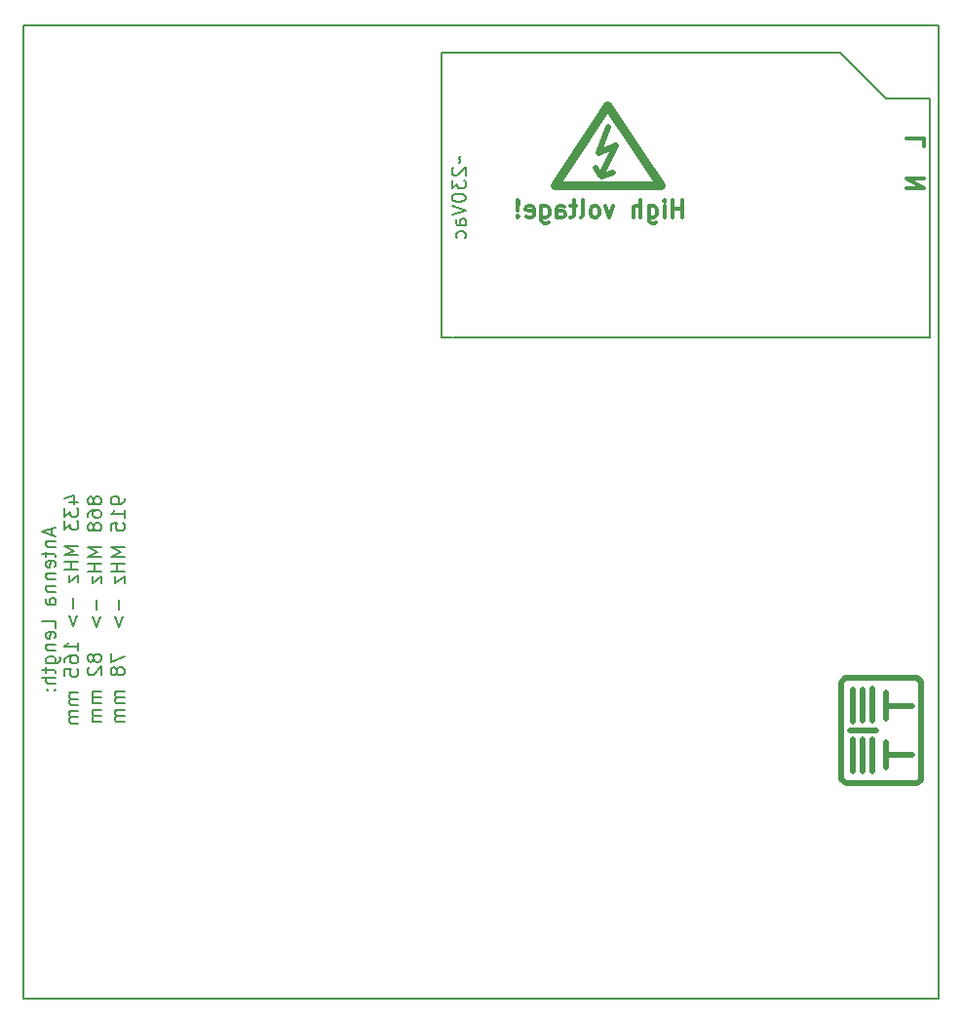
<source format=gbo>
G04 #@! TF.FileFunction,Legend,Bot*
%FSLAX46Y46*%
G04 Gerber Fmt 4.6, Leading zero omitted, Abs format (unit mm)*
G04 Created by KiCad (PCBNEW 4.1.0-alpha+201606220816+6945~45~ubuntu14.04.1-product) date Thu Jun 23 15:32:57 2016*
%MOMM*%
%LPD*%
G01*
G04 APERTURE LIST*
%ADD10C,0.100000*%
%ADD11C,0.200000*%
%ADD12C,0.300000*%
%ADD13C,0.500000*%
%ADD14C,0.800000*%
%ADD15C,0.150000*%
%ADD16C,4.600000*%
%ADD17C,3.400000*%
%ADD18R,2.127200X2.127200*%
%ADD19O,2.127200X2.127200*%
%ADD20R,2.400000X2.400000*%
%ADD21C,2.400000*%
%ADD22C,2.099260*%
%ADD23R,2.099260X2.099260*%
%ADD24R,2.432000X2.127200*%
%ADD25O,2.432000X2.127200*%
%ADD26R,2.635200X2.635200*%
%ADD27C,1.400760*%
%ADD28C,2.100000*%
%ADD29C,2.800000*%
%ADD30R,2.800000X2.800000*%
%ADD31C,2.749500*%
%ADD32C,2.200000*%
%ADD33R,1.924000X2.224000*%
%ADD34O,1.924000X2.224000*%
%ADD35C,2.900000*%
G04 APERTURE END LIST*
D10*
D11*
X136229714Y-59074500D02*
X136172571Y-59131642D01*
X136115428Y-59245928D01*
X136229714Y-59474500D01*
X136172571Y-59588785D01*
X136115428Y-59645928D01*
X135601142Y-60045928D02*
X135544000Y-60103071D01*
X135486857Y-60217357D01*
X135486857Y-60503071D01*
X135544000Y-60617357D01*
X135601142Y-60674500D01*
X135715428Y-60731642D01*
X135829714Y-60731642D01*
X136001142Y-60674500D01*
X136686857Y-59988785D01*
X136686857Y-60731642D01*
X135486857Y-61131642D02*
X135486857Y-61874500D01*
X135944000Y-61474500D01*
X135944000Y-61645928D01*
X136001142Y-61760214D01*
X136058285Y-61817357D01*
X136172571Y-61874500D01*
X136458285Y-61874500D01*
X136572571Y-61817357D01*
X136629714Y-61760214D01*
X136686857Y-61645928D01*
X136686857Y-61303071D01*
X136629714Y-61188785D01*
X136572571Y-61131642D01*
X135486857Y-62617357D02*
X135486857Y-62731642D01*
X135544000Y-62845928D01*
X135601142Y-62903071D01*
X135715428Y-62960214D01*
X135944000Y-63017357D01*
X136229714Y-63017357D01*
X136458285Y-62960214D01*
X136572571Y-62903071D01*
X136629714Y-62845928D01*
X136686857Y-62731642D01*
X136686857Y-62617357D01*
X136629714Y-62503071D01*
X136572571Y-62445928D01*
X136458285Y-62388785D01*
X136229714Y-62331642D01*
X135944000Y-62331642D01*
X135715428Y-62388785D01*
X135601142Y-62445928D01*
X135544000Y-62503071D01*
X135486857Y-62617357D01*
X135486857Y-63360214D02*
X136686857Y-63760214D01*
X135486857Y-64160214D01*
X136686857Y-65074500D02*
X136058285Y-65074500D01*
X135944000Y-65017357D01*
X135886857Y-64903071D01*
X135886857Y-64674500D01*
X135944000Y-64560214D01*
X136629714Y-65074500D02*
X136686857Y-64960214D01*
X136686857Y-64674500D01*
X136629714Y-64560214D01*
X136515428Y-64503071D01*
X136401142Y-64503071D01*
X136286857Y-64560214D01*
X136229714Y-64674500D01*
X136229714Y-64960214D01*
X136172571Y-65074500D01*
X136629714Y-66160214D02*
X136686857Y-66045928D01*
X136686857Y-65817357D01*
X136629714Y-65703071D01*
X136572571Y-65645928D01*
X136458285Y-65588785D01*
X136115428Y-65588785D01*
X136001142Y-65645928D01*
X135944000Y-65703071D01*
X135886857Y-65817357D01*
X135886857Y-66045928D01*
X135944000Y-66160214D01*
X100705000Y-91396428D02*
X100705000Y-91967857D01*
X101047857Y-91282142D02*
X99847857Y-91682142D01*
X101047857Y-92082142D01*
X100247857Y-92482142D02*
X101047857Y-92482142D01*
X100362142Y-92482142D02*
X100305000Y-92539285D01*
X100247857Y-92653571D01*
X100247857Y-92825000D01*
X100305000Y-92939285D01*
X100419285Y-92996428D01*
X101047857Y-92996428D01*
X100247857Y-93396428D02*
X100247857Y-93853571D01*
X99847857Y-93567857D02*
X100876428Y-93567857D01*
X100990714Y-93625000D01*
X101047857Y-93739285D01*
X101047857Y-93853571D01*
X100990714Y-94710714D02*
X101047857Y-94596428D01*
X101047857Y-94367857D01*
X100990714Y-94253571D01*
X100876428Y-94196428D01*
X100419285Y-94196428D01*
X100305000Y-94253571D01*
X100247857Y-94367857D01*
X100247857Y-94596428D01*
X100305000Y-94710714D01*
X100419285Y-94767857D01*
X100533571Y-94767857D01*
X100647857Y-94196428D01*
X100247857Y-95282142D02*
X101047857Y-95282142D01*
X100362142Y-95282142D02*
X100305000Y-95339285D01*
X100247857Y-95453571D01*
X100247857Y-95625000D01*
X100305000Y-95739285D01*
X100419285Y-95796428D01*
X101047857Y-95796428D01*
X100247857Y-96367857D02*
X101047857Y-96367857D01*
X100362142Y-96367857D02*
X100305000Y-96425000D01*
X100247857Y-96539285D01*
X100247857Y-96710714D01*
X100305000Y-96825000D01*
X100419285Y-96882142D01*
X101047857Y-96882142D01*
X101047857Y-97967857D02*
X100419285Y-97967857D01*
X100305000Y-97910714D01*
X100247857Y-97796428D01*
X100247857Y-97567857D01*
X100305000Y-97453571D01*
X100990714Y-97967857D02*
X101047857Y-97853571D01*
X101047857Y-97567857D01*
X100990714Y-97453571D01*
X100876428Y-97396428D01*
X100762142Y-97396428D01*
X100647857Y-97453571D01*
X100590714Y-97567857D01*
X100590714Y-97853571D01*
X100533571Y-97967857D01*
X101047857Y-100025000D02*
X101047857Y-99453571D01*
X99847857Y-99453571D01*
X100990714Y-100882142D02*
X101047857Y-100767857D01*
X101047857Y-100539285D01*
X100990714Y-100425000D01*
X100876428Y-100367857D01*
X100419285Y-100367857D01*
X100305000Y-100425000D01*
X100247857Y-100539285D01*
X100247857Y-100767857D01*
X100305000Y-100882142D01*
X100419285Y-100939285D01*
X100533571Y-100939285D01*
X100647857Y-100367857D01*
X100247857Y-101453571D02*
X101047857Y-101453571D01*
X100362142Y-101453571D02*
X100305000Y-101510714D01*
X100247857Y-101625000D01*
X100247857Y-101796428D01*
X100305000Y-101910714D01*
X100419285Y-101967857D01*
X101047857Y-101967857D01*
X100247857Y-103053571D02*
X101219285Y-103053571D01*
X101333571Y-102996428D01*
X101390714Y-102939285D01*
X101447857Y-102825000D01*
X101447857Y-102653571D01*
X101390714Y-102539285D01*
X100990714Y-103053571D02*
X101047857Y-102939285D01*
X101047857Y-102710714D01*
X100990714Y-102596428D01*
X100933571Y-102539285D01*
X100819285Y-102482142D01*
X100476428Y-102482142D01*
X100362142Y-102539285D01*
X100305000Y-102596428D01*
X100247857Y-102710714D01*
X100247857Y-102939285D01*
X100305000Y-103053571D01*
X100247857Y-103453571D02*
X100247857Y-103910714D01*
X99847857Y-103625000D02*
X100876428Y-103625000D01*
X100990714Y-103682142D01*
X101047857Y-103796428D01*
X101047857Y-103910714D01*
X101047857Y-104310714D02*
X99847857Y-104310714D01*
X101047857Y-104825000D02*
X100419285Y-104825000D01*
X100305000Y-104767857D01*
X100247857Y-104653571D01*
X100247857Y-104482142D01*
X100305000Y-104367857D01*
X100362142Y-104310714D01*
X100933571Y-105396428D02*
X100990714Y-105453571D01*
X101047857Y-105396428D01*
X100990714Y-105339285D01*
X100933571Y-105396428D01*
X101047857Y-105396428D01*
X100305000Y-105396428D02*
X100362142Y-105453571D01*
X100419285Y-105396428D01*
X100362142Y-105339285D01*
X100305000Y-105396428D01*
X100419285Y-105396428D01*
X102247857Y-89082142D02*
X103047857Y-89082142D01*
X101790714Y-88796428D02*
X102647857Y-88510714D01*
X102647857Y-89253571D01*
X101847857Y-89596428D02*
X101847857Y-90339285D01*
X102305000Y-89939285D01*
X102305000Y-90110714D01*
X102362142Y-90225000D01*
X102419285Y-90282142D01*
X102533571Y-90339285D01*
X102819285Y-90339285D01*
X102933571Y-90282142D01*
X102990714Y-90225000D01*
X103047857Y-90110714D01*
X103047857Y-89767857D01*
X102990714Y-89653571D01*
X102933571Y-89596428D01*
X101847857Y-90739285D02*
X101847857Y-91482142D01*
X102305000Y-91082142D01*
X102305000Y-91253571D01*
X102362142Y-91367857D01*
X102419285Y-91425000D01*
X102533571Y-91482142D01*
X102819285Y-91482142D01*
X102933571Y-91425000D01*
X102990714Y-91367857D01*
X103047857Y-91253571D01*
X103047857Y-90910714D01*
X102990714Y-90796428D01*
X102933571Y-90739285D01*
X103047857Y-92910714D02*
X101847857Y-92910714D01*
X102705000Y-93310714D01*
X101847857Y-93710714D01*
X103047857Y-93710714D01*
X103047857Y-94282142D02*
X101847857Y-94282142D01*
X102419285Y-94282142D02*
X102419285Y-94967857D01*
X103047857Y-94967857D02*
X101847857Y-94967857D01*
X102247857Y-95425000D02*
X102247857Y-96053571D01*
X103047857Y-95425000D01*
X103047857Y-96053571D01*
X102590714Y-97425000D02*
X102590714Y-98339285D01*
X102247857Y-98910714D02*
X102590714Y-99825000D01*
X102933571Y-98910714D01*
X103047857Y-101939285D02*
X103047857Y-101253571D01*
X103047857Y-101596428D02*
X101847857Y-101596428D01*
X102019285Y-101482142D01*
X102133571Y-101367857D01*
X102190714Y-101253571D01*
X101847857Y-102967857D02*
X101847857Y-102739285D01*
X101905000Y-102625000D01*
X101962142Y-102567857D01*
X102133571Y-102453571D01*
X102362142Y-102396428D01*
X102819285Y-102396428D01*
X102933571Y-102453571D01*
X102990714Y-102510714D01*
X103047857Y-102625000D01*
X103047857Y-102853571D01*
X102990714Y-102967857D01*
X102933571Y-103025000D01*
X102819285Y-103082142D01*
X102533571Y-103082142D01*
X102419285Y-103025000D01*
X102362142Y-102967857D01*
X102305000Y-102853571D01*
X102305000Y-102625000D01*
X102362142Y-102510714D01*
X102419285Y-102453571D01*
X102533571Y-102396428D01*
X101847857Y-104167857D02*
X101847857Y-103596428D01*
X102419285Y-103539285D01*
X102362142Y-103596428D01*
X102305000Y-103710714D01*
X102305000Y-103996428D01*
X102362142Y-104110714D01*
X102419285Y-104167857D01*
X102533571Y-104225000D01*
X102819285Y-104225000D01*
X102933571Y-104167857D01*
X102990714Y-104110714D01*
X103047857Y-103996428D01*
X103047857Y-103710714D01*
X102990714Y-103596428D01*
X102933571Y-103539285D01*
X103047857Y-105653571D02*
X102247857Y-105653571D01*
X102362142Y-105653571D02*
X102305000Y-105710714D01*
X102247857Y-105825000D01*
X102247857Y-105996428D01*
X102305000Y-106110714D01*
X102419285Y-106167857D01*
X103047857Y-106167857D01*
X102419285Y-106167857D02*
X102305000Y-106225000D01*
X102247857Y-106339285D01*
X102247857Y-106510714D01*
X102305000Y-106625000D01*
X102419285Y-106682142D01*
X103047857Y-106682142D01*
X103047857Y-107253571D02*
X102247857Y-107253571D01*
X102362142Y-107253571D02*
X102305000Y-107310714D01*
X102247857Y-107425000D01*
X102247857Y-107596428D01*
X102305000Y-107710714D01*
X102419285Y-107767857D01*
X103047857Y-107767857D01*
X102419285Y-107767857D02*
X102305000Y-107825000D01*
X102247857Y-107939285D01*
X102247857Y-108110714D01*
X102305000Y-108225000D01*
X102419285Y-108282142D01*
X103047857Y-108282142D01*
X104362142Y-88853571D02*
X104305000Y-88739285D01*
X104247857Y-88682142D01*
X104133571Y-88625000D01*
X104076428Y-88625000D01*
X103962142Y-88682142D01*
X103905000Y-88739285D01*
X103847857Y-88853571D01*
X103847857Y-89082142D01*
X103905000Y-89196428D01*
X103962142Y-89253571D01*
X104076428Y-89310714D01*
X104133571Y-89310714D01*
X104247857Y-89253571D01*
X104305000Y-89196428D01*
X104362142Y-89082142D01*
X104362142Y-88853571D01*
X104419285Y-88739285D01*
X104476428Y-88682142D01*
X104590714Y-88625000D01*
X104819285Y-88625000D01*
X104933571Y-88682142D01*
X104990714Y-88739285D01*
X105047857Y-88853571D01*
X105047857Y-89082142D01*
X104990714Y-89196428D01*
X104933571Y-89253571D01*
X104819285Y-89310714D01*
X104590714Y-89310714D01*
X104476428Y-89253571D01*
X104419285Y-89196428D01*
X104362142Y-89082142D01*
X103847857Y-90339285D02*
X103847857Y-90110714D01*
X103905000Y-89996428D01*
X103962142Y-89939285D01*
X104133571Y-89825000D01*
X104362142Y-89767857D01*
X104819285Y-89767857D01*
X104933571Y-89825000D01*
X104990714Y-89882142D01*
X105047857Y-89996428D01*
X105047857Y-90225000D01*
X104990714Y-90339285D01*
X104933571Y-90396428D01*
X104819285Y-90453571D01*
X104533571Y-90453571D01*
X104419285Y-90396428D01*
X104362142Y-90339285D01*
X104305000Y-90225000D01*
X104305000Y-89996428D01*
X104362142Y-89882142D01*
X104419285Y-89825000D01*
X104533571Y-89767857D01*
X104362142Y-91139285D02*
X104305000Y-91025000D01*
X104247857Y-90967857D01*
X104133571Y-90910714D01*
X104076428Y-90910714D01*
X103962142Y-90967857D01*
X103905000Y-91025000D01*
X103847857Y-91139285D01*
X103847857Y-91367857D01*
X103905000Y-91482142D01*
X103962142Y-91539285D01*
X104076428Y-91596428D01*
X104133571Y-91596428D01*
X104247857Y-91539285D01*
X104305000Y-91482142D01*
X104362142Y-91367857D01*
X104362142Y-91139285D01*
X104419285Y-91025000D01*
X104476428Y-90967857D01*
X104590714Y-90910714D01*
X104819285Y-90910714D01*
X104933571Y-90967857D01*
X104990714Y-91025000D01*
X105047857Y-91139285D01*
X105047857Y-91367857D01*
X104990714Y-91482142D01*
X104933571Y-91539285D01*
X104819285Y-91596428D01*
X104590714Y-91596428D01*
X104476428Y-91539285D01*
X104419285Y-91482142D01*
X104362142Y-91367857D01*
X105047857Y-93025000D02*
X103847857Y-93025000D01*
X104705000Y-93425000D01*
X103847857Y-93825000D01*
X105047857Y-93825000D01*
X105047857Y-94396428D02*
X103847857Y-94396428D01*
X104419285Y-94396428D02*
X104419285Y-95082142D01*
X105047857Y-95082142D02*
X103847857Y-95082142D01*
X104247857Y-95539285D02*
X104247857Y-96167857D01*
X105047857Y-95539285D01*
X105047857Y-96167857D01*
X104590714Y-97539285D02*
X104590714Y-98453571D01*
X104247857Y-99025000D02*
X104590714Y-99939285D01*
X104933571Y-99025000D01*
X104362142Y-102510714D02*
X104305000Y-102396428D01*
X104247857Y-102339285D01*
X104133571Y-102282142D01*
X104076428Y-102282142D01*
X103962142Y-102339285D01*
X103905000Y-102396428D01*
X103847857Y-102510714D01*
X103847857Y-102739285D01*
X103905000Y-102853571D01*
X103962142Y-102910714D01*
X104076428Y-102967857D01*
X104133571Y-102967857D01*
X104247857Y-102910714D01*
X104305000Y-102853571D01*
X104362142Y-102739285D01*
X104362142Y-102510714D01*
X104419285Y-102396428D01*
X104476428Y-102339285D01*
X104590714Y-102282142D01*
X104819285Y-102282142D01*
X104933571Y-102339285D01*
X104990714Y-102396428D01*
X105047857Y-102510714D01*
X105047857Y-102739285D01*
X104990714Y-102853571D01*
X104933571Y-102910714D01*
X104819285Y-102967857D01*
X104590714Y-102967857D01*
X104476428Y-102910714D01*
X104419285Y-102853571D01*
X104362142Y-102739285D01*
X103962142Y-103425000D02*
X103905000Y-103482142D01*
X103847857Y-103596428D01*
X103847857Y-103882142D01*
X103905000Y-103996428D01*
X103962142Y-104053571D01*
X104076428Y-104110714D01*
X104190714Y-104110714D01*
X104362142Y-104053571D01*
X105047857Y-103367857D01*
X105047857Y-104110714D01*
X105047857Y-105539285D02*
X104247857Y-105539285D01*
X104362142Y-105539285D02*
X104305000Y-105596428D01*
X104247857Y-105710714D01*
X104247857Y-105882142D01*
X104305000Y-105996428D01*
X104419285Y-106053571D01*
X105047857Y-106053571D01*
X104419285Y-106053571D02*
X104305000Y-106110714D01*
X104247857Y-106225000D01*
X104247857Y-106396428D01*
X104305000Y-106510714D01*
X104419285Y-106567857D01*
X105047857Y-106567857D01*
X105047857Y-107139285D02*
X104247857Y-107139285D01*
X104362142Y-107139285D02*
X104305000Y-107196428D01*
X104247857Y-107310714D01*
X104247857Y-107482142D01*
X104305000Y-107596428D01*
X104419285Y-107653571D01*
X105047857Y-107653571D01*
X104419285Y-107653571D02*
X104305000Y-107710714D01*
X104247857Y-107825000D01*
X104247857Y-107996428D01*
X104305000Y-108110714D01*
X104419285Y-108167857D01*
X105047857Y-108167857D01*
X107047857Y-88739285D02*
X107047857Y-88967857D01*
X106990714Y-89082142D01*
X106933571Y-89139285D01*
X106762142Y-89253571D01*
X106533571Y-89310714D01*
X106076428Y-89310714D01*
X105962142Y-89253571D01*
X105905000Y-89196428D01*
X105847857Y-89082142D01*
X105847857Y-88853571D01*
X105905000Y-88739285D01*
X105962142Y-88682142D01*
X106076428Y-88625000D01*
X106362142Y-88625000D01*
X106476428Y-88682142D01*
X106533571Y-88739285D01*
X106590714Y-88853571D01*
X106590714Y-89082142D01*
X106533571Y-89196428D01*
X106476428Y-89253571D01*
X106362142Y-89310714D01*
X107047857Y-90453571D02*
X107047857Y-89767857D01*
X107047857Y-90110714D02*
X105847857Y-90110714D01*
X106019285Y-89996428D01*
X106133571Y-89882142D01*
X106190714Y-89767857D01*
X105847857Y-91539285D02*
X105847857Y-90967857D01*
X106419285Y-90910714D01*
X106362142Y-90967857D01*
X106305000Y-91082142D01*
X106305000Y-91367857D01*
X106362142Y-91482142D01*
X106419285Y-91539285D01*
X106533571Y-91596428D01*
X106819285Y-91596428D01*
X106933571Y-91539285D01*
X106990714Y-91482142D01*
X107047857Y-91367857D01*
X107047857Y-91082142D01*
X106990714Y-90967857D01*
X106933571Y-90910714D01*
X107047857Y-93025000D02*
X105847857Y-93025000D01*
X106705000Y-93425000D01*
X105847857Y-93825000D01*
X107047857Y-93825000D01*
X107047857Y-94396428D02*
X105847857Y-94396428D01*
X106419285Y-94396428D02*
X106419285Y-95082142D01*
X107047857Y-95082142D02*
X105847857Y-95082142D01*
X106247857Y-95539285D02*
X106247857Y-96167857D01*
X107047857Y-95539285D01*
X107047857Y-96167857D01*
X106590714Y-97539285D02*
X106590714Y-98453571D01*
X106247857Y-99025000D02*
X106590714Y-99939285D01*
X106933571Y-99025000D01*
X105847857Y-102225000D02*
X105847857Y-103025000D01*
X107047857Y-102510714D01*
X106362142Y-103653571D02*
X106305000Y-103539285D01*
X106247857Y-103482142D01*
X106133571Y-103425000D01*
X106076428Y-103425000D01*
X105962142Y-103482142D01*
X105905000Y-103539285D01*
X105847857Y-103653571D01*
X105847857Y-103882142D01*
X105905000Y-103996428D01*
X105962142Y-104053571D01*
X106076428Y-104110714D01*
X106133571Y-104110714D01*
X106247857Y-104053571D01*
X106305000Y-103996428D01*
X106362142Y-103882142D01*
X106362142Y-103653571D01*
X106419285Y-103539285D01*
X106476428Y-103482142D01*
X106590714Y-103425000D01*
X106819285Y-103425000D01*
X106933571Y-103482142D01*
X106990714Y-103539285D01*
X107047857Y-103653571D01*
X107047857Y-103882142D01*
X106990714Y-103996428D01*
X106933571Y-104053571D01*
X106819285Y-104110714D01*
X106590714Y-104110714D01*
X106476428Y-104053571D01*
X106419285Y-103996428D01*
X106362142Y-103882142D01*
X107047857Y-105539285D02*
X106247857Y-105539285D01*
X106362142Y-105539285D02*
X106305000Y-105596428D01*
X106247857Y-105710714D01*
X106247857Y-105882142D01*
X106305000Y-105996428D01*
X106419285Y-106053571D01*
X107047857Y-106053571D01*
X106419285Y-106053571D02*
X106305000Y-106110714D01*
X106247857Y-106225000D01*
X106247857Y-106396428D01*
X106305000Y-106510714D01*
X106419285Y-106567857D01*
X107047857Y-106567857D01*
X107047857Y-107139285D02*
X106247857Y-107139285D01*
X106362142Y-107139285D02*
X106305000Y-107196428D01*
X106247857Y-107310714D01*
X106247857Y-107482142D01*
X106305000Y-107596428D01*
X106419285Y-107653571D01*
X107047857Y-107653571D01*
X106419285Y-107653571D02*
X106305000Y-107710714D01*
X106247857Y-107825000D01*
X106247857Y-107996428D01*
X106305000Y-108110714D01*
X106419285Y-108167857D01*
X107047857Y-108167857D01*
X177038000Y-54038500D02*
X177038000Y-74803000D01*
X169222884Y-50038000D02*
X173228000Y-54038500D01*
D12*
X176510071Y-58225714D02*
X176510071Y-57511428D01*
X175010071Y-57511428D01*
X176510071Y-61011428D02*
X175010071Y-61011428D01*
X176510071Y-61868571D01*
X175010071Y-61868571D01*
X155516913Y-64383939D02*
X155516913Y-62883939D01*
X155516913Y-63598225D02*
X154659770Y-63598225D01*
X154659770Y-64383939D02*
X154659770Y-62883939D01*
X153945484Y-64383939D02*
X153945484Y-63383939D01*
X153945484Y-62883939D02*
X154016913Y-62955368D01*
X153945484Y-63026796D01*
X153874056Y-62955368D01*
X153945484Y-62883939D01*
X153945484Y-63026796D01*
X152588341Y-63383939D02*
X152588341Y-64598225D01*
X152659770Y-64741082D01*
X152731198Y-64812510D01*
X152874056Y-64883939D01*
X153088341Y-64883939D01*
X153231198Y-64812510D01*
X152588341Y-64312510D02*
X152731198Y-64383939D01*
X153016913Y-64383939D01*
X153159770Y-64312510D01*
X153231198Y-64241082D01*
X153302627Y-64098225D01*
X153302627Y-63669653D01*
X153231198Y-63526796D01*
X153159770Y-63455368D01*
X153016913Y-63383939D01*
X152731198Y-63383939D01*
X152588341Y-63455368D01*
X151874056Y-64383939D02*
X151874056Y-62883939D01*
X151231198Y-64383939D02*
X151231198Y-63598225D01*
X151302627Y-63455368D01*
X151445484Y-63383939D01*
X151659770Y-63383939D01*
X151802627Y-63455368D01*
X151874056Y-63526796D01*
X149516913Y-63383939D02*
X149159770Y-64383939D01*
X148802627Y-63383939D01*
X148016913Y-64383939D02*
X148159770Y-64312510D01*
X148231198Y-64241082D01*
X148302627Y-64098225D01*
X148302627Y-63669653D01*
X148231198Y-63526796D01*
X148159770Y-63455368D01*
X148016913Y-63383939D01*
X147802627Y-63383939D01*
X147659770Y-63455368D01*
X147588341Y-63526796D01*
X147516913Y-63669653D01*
X147516913Y-64098225D01*
X147588341Y-64241082D01*
X147659770Y-64312510D01*
X147802627Y-64383939D01*
X148016913Y-64383939D01*
X146659770Y-64383939D02*
X146802627Y-64312510D01*
X146874056Y-64169653D01*
X146874056Y-62883939D01*
X146302627Y-63383939D02*
X145731198Y-63383939D01*
X146088341Y-62883939D02*
X146088341Y-64169653D01*
X146016913Y-64312510D01*
X145874056Y-64383939D01*
X145731198Y-64383939D01*
X144588341Y-64383939D02*
X144588341Y-63598225D01*
X144659770Y-63455368D01*
X144802627Y-63383939D01*
X145088341Y-63383939D01*
X145231198Y-63455368D01*
X144588341Y-64312510D02*
X144731198Y-64383939D01*
X145088341Y-64383939D01*
X145231198Y-64312510D01*
X145302627Y-64169653D01*
X145302627Y-64026796D01*
X145231198Y-63883939D01*
X145088341Y-63812510D01*
X144731198Y-63812510D01*
X144588341Y-63741082D01*
X143231198Y-63383939D02*
X143231198Y-64598225D01*
X143302627Y-64741082D01*
X143374056Y-64812510D01*
X143516913Y-64883939D01*
X143731198Y-64883939D01*
X143874056Y-64812510D01*
X143231198Y-64312510D02*
X143374056Y-64383939D01*
X143659770Y-64383939D01*
X143802627Y-64312510D01*
X143874056Y-64241082D01*
X143945484Y-64098225D01*
X143945484Y-63669653D01*
X143874056Y-63526796D01*
X143802627Y-63455368D01*
X143659770Y-63383939D01*
X143374056Y-63383939D01*
X143231198Y-63455368D01*
X141945484Y-64312510D02*
X142088341Y-64383939D01*
X142374056Y-64383939D01*
X142516913Y-64312510D01*
X142588341Y-64169653D01*
X142588341Y-63598225D01*
X142516913Y-63455368D01*
X142374056Y-63383939D01*
X142088341Y-63383939D01*
X141945484Y-63455368D01*
X141874056Y-63598225D01*
X141874056Y-63741082D01*
X142588341Y-63883939D01*
X141231198Y-64241082D02*
X141159770Y-64312510D01*
X141231198Y-64383939D01*
X141302627Y-64312510D01*
X141231198Y-64241082D01*
X141231198Y-64383939D01*
X141231198Y-63812510D02*
X141302627Y-62955368D01*
X141231198Y-62883939D01*
X141159770Y-62955368D01*
X141231198Y-63812510D01*
X141231198Y-62883939D01*
D13*
X148374056Y-60720868D02*
X147993056Y-60022368D01*
X148437556Y-60784368D02*
X149453556Y-60466868D01*
X149771056Y-58117368D02*
X148628056Y-60276368D01*
X148183556Y-58815868D02*
X149771056Y-58117368D01*
X149072556Y-56529868D02*
X148183556Y-58815868D01*
D14*
X144437056Y-61609868D02*
X149009056Y-54624868D01*
X149009056Y-54624868D02*
X153644556Y-61609868D01*
D11*
X144373556Y-61609868D02*
X144373556Y-61609868D01*
D14*
X153454056Y-61609868D02*
X144500556Y-61609868D01*
D11*
X134556500Y-74549000D02*
X134556500Y-74549000D01*
X134556500Y-74803000D02*
X134556500Y-74549000D01*
X135509000Y-74803000D02*
X134556500Y-74803000D01*
X134556500Y-50038000D02*
X134556500Y-74612500D01*
X177038000Y-74803000D02*
X135572500Y-74803000D01*
X173291500Y-54038500D02*
X177038000Y-54038500D01*
X134556500Y-50038000D02*
X169222884Y-50038000D01*
D15*
X98298000Y-132207000D02*
X98298000Y-47688500D01*
X177736500Y-132207000D02*
X98298000Y-132207000D01*
X177736500Y-47688500D02*
X177736500Y-132207000D01*
X98298000Y-47688500D02*
X177736500Y-47688500D01*
X170281600Y-108115100D02*
X170281600Y-108115100D01*
D13*
X170281600Y-105346500D02*
X170281600Y-108115100D01*
X169672000Y-104305100D02*
X169316400Y-104736900D01*
X169316400Y-104736900D02*
X169316400Y-113093500D01*
X175818800Y-104305100D02*
X169697400Y-104305100D01*
X176250600Y-104660700D02*
X175895000Y-104305100D01*
X176250600Y-113220500D02*
X176250600Y-104660700D01*
X175945800Y-113525300D02*
X176250600Y-113220500D01*
X169697400Y-113525300D02*
X175945800Y-113525300D01*
X169316400Y-113144300D02*
X169697400Y-113525300D01*
X171145200Y-105321100D02*
X171145200Y-108089700D01*
X172008800Y-105295700D02*
X172008800Y-108064300D01*
X170281600Y-109715300D02*
X170281600Y-112483900D01*
X171145200Y-109689900D02*
X171145200Y-112458500D01*
X172008800Y-109664500D02*
X172008800Y-112433100D01*
D15*
X170281600Y-112483900D02*
X170281600Y-112483900D01*
D13*
X172313600Y-108902500D02*
X170045000Y-108902500D01*
X173177200Y-107919900D02*
X173177200Y-105651300D01*
X173177200Y-106768900D02*
X175445800Y-106768900D01*
X173177200Y-111010700D02*
X175445800Y-111010700D01*
X173177200Y-112161700D02*
X173177200Y-109893100D01*
%LPC*%
D16*
X174117000Y-128397000D03*
X101727000Y-80073500D03*
X174117000Y-51117500D03*
X130175000Y-128270000D03*
X174117000Y-96964500D03*
D17*
X139160000Y-64984000D03*
X139160000Y-59984000D03*
X109760000Y-70184000D03*
X109760000Y-54784000D03*
D18*
X163576000Y-97917000D03*
D19*
X166116000Y-97917000D03*
X163576000Y-100457000D03*
X166116000Y-100457000D03*
X163576000Y-102997000D03*
X166116000Y-102997000D03*
X163576000Y-105537000D03*
X166116000Y-105537000D03*
X163576000Y-108077000D03*
X166116000Y-108077000D03*
D20*
X151384000Y-121666000D03*
D21*
X151384000Y-119126000D03*
D20*
X158305500Y-121666000D03*
D21*
X158305500Y-119126000D03*
D20*
X164973000Y-121666000D03*
D21*
X164973000Y-119126000D03*
D20*
X171767500Y-121666000D03*
D21*
X171767500Y-119126000D03*
D22*
X142748000Y-90487500D03*
D23*
X142748000Y-80327500D03*
D24*
X155702000Y-105981500D03*
D25*
X155702000Y-103441500D03*
X155702000Y-100901500D03*
X155702000Y-98361500D03*
D26*
X100520500Y-114363500D03*
D27*
X151701500Y-98171000D03*
X150431500Y-99441000D03*
X150431500Y-96901000D03*
D28*
X146113500Y-122047000D03*
X140113500Y-122047000D03*
X146113500Y-118047000D03*
X140113500Y-118047000D03*
D29*
X172974000Y-57777500D03*
D30*
X172974000Y-61277500D03*
D29*
X172974000Y-80320000D03*
D30*
X172974000Y-83820000D03*
D31*
X153311860Y-71691500D03*
X153311860Y-66611500D03*
X168633140Y-71691500D03*
X168633140Y-66611500D03*
D32*
X160972500Y-60769500D03*
X164072500Y-53269500D03*
D16*
X101600000Y-51308000D03*
D33*
X120713500Y-120840500D03*
D34*
X120713500Y-128460500D03*
X118173500Y-120840500D03*
X118173500Y-128460500D03*
X115633500Y-120840500D03*
X115633500Y-128460500D03*
X113093500Y-120840500D03*
X113093500Y-128460500D03*
X110553500Y-120840500D03*
X110553500Y-128460500D03*
X108013500Y-120840500D03*
X108013500Y-128460500D03*
X105473500Y-120840500D03*
X105473500Y-128460500D03*
X102933500Y-120840500D03*
X102933500Y-128460500D03*
D35*
X148722500Y-91361500D03*
D17*
X160972500Y-79311500D03*
D35*
X148722500Y-79361500D03*
D17*
X146772500Y-85311500D03*
M02*

</source>
